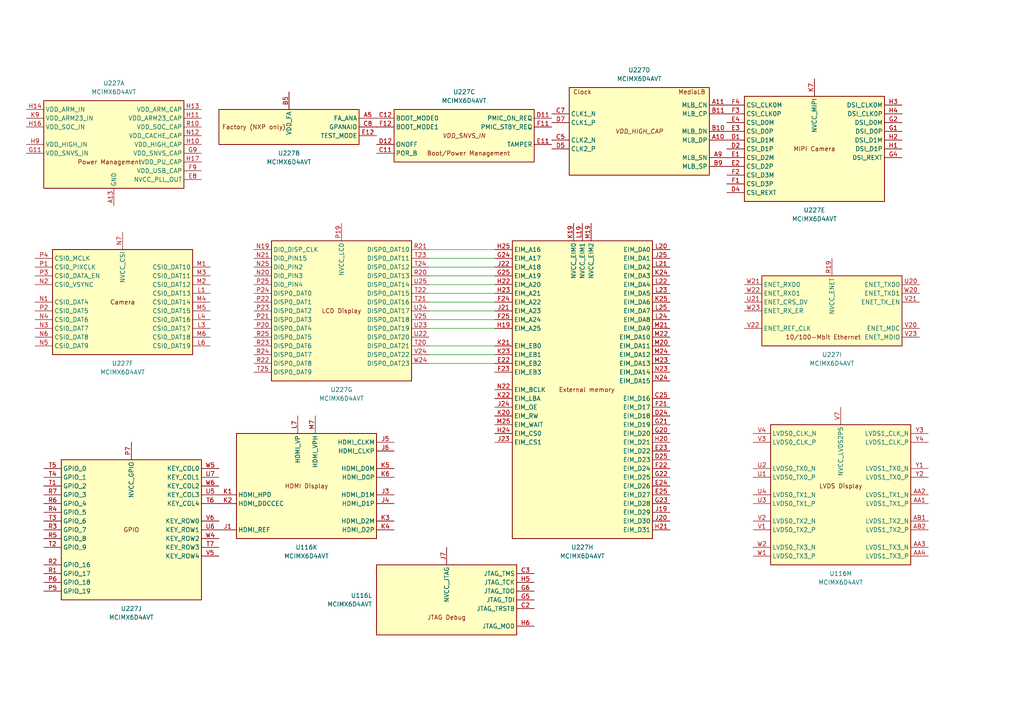
<source format=kicad_sch>
(kicad_sch (version 20250114) (generator "eeschema") (generator_version "9.0")
  (paper "A4")
  (wire (pts (xy 143.51 100.33) (xy 124.46 100.33)))
  (wire (pts (xy 143.51 74.93) (xy 124.46 74.93)))
  (wire (pts (xy 143.51 80.01) (xy 124.46 80.01)))
  (wire (pts (xy 143.51 102.87) (xy 124.46 102.87)))
  (wire (pts (xy 143.51 90.17) (xy 124.46 90.17)))
  (wire (pts (xy 143.51 85.09) (xy 124.46 85.09)))
  (wire (pts (xy 143.51 105.41) (xy 124.46 105.41)))
  (wire (pts (xy 143.51 95.25) (xy 124.46 95.25)))
  (wire (pts (xy 143.51 72.39) (xy 124.46 72.39)))
  (wire (pts (xy 143.51 77.47) (xy 124.46 77.47)))
  (wire (pts (xy 143.51 87.63) (xy 124.46 87.63)))
  (wire (pts (xy 143.51 92.71) (xy 124.46 92.71)))
  (wire (pts (xy 143.51 82.55) (xy 124.46 82.55)))
  (symbol (lib_id "CPU_NXP_IMX:MCIMX6D4AVT") (at 236.22 43.18 0) (unit 5)
    (property "Reference" "U227" (at 236.22 60.96 0))
    (property "Value" "MCIMX6D4AVT" (at 236.22 63.5 0))
    (property "Footprint" "Package_BGA:BGA-624_21x21mm_Layout25x25_P0.8mm" (effects (hide yes)))
    (property "Datasheet" "https://www.nxp.com/docs/en/data-sheet/IMX6DQAEC.pdf" (effects (hide yes)))
    (property "Description" "i.MX 6Dual Automotive and Infotainment Application Processor, BGA-624" (effects (hide yes)))
  )
  (symbol (lib_id "CPU_NXP_IMX:MCIMX6D4AVT") (at 83.82 36.83 0) (unit 2)
    (property "Reference" "U227" (at 83.82 44.45 0))
    (property "Value" "MCIMX6D4AVT" (at 83.82 46.99 0))
    (property "Footprint" "Package_BGA:BGA-624_21x21mm_Layout25x25_P0.8mm" (effects (hide yes)))
    (property "Datasheet" "https://www.nxp.com/docs/en/data-sheet/IMX6DQAEC.pdf" (effects (hide yes)))
    (property "Description" "i.MX 6Dual Automotive and Infotainment Application Processor, BGA-624" (effects (hide yes)))
  )
  (symbol (lib_id "CPU_NXP_IMX:MCIMX6D4AVT") (at 33.02 41.91 0) (unit 1)
    (property "Reference" "U227" (at 33.02 24.13 0))
    (property "Value" "MCIMX6D4AVT" (at 33.02 26.67 0))
    (property "Footprint" "Package_BGA:BGA-624_21x21mm_Layout25x25_P0.8mm" (effects (hide yes)))
    (property "Datasheet" "https://www.nxp.com/docs/en/data-sheet/IMX6DQAEC.pdf" (effects (hide yes)))
    (property "Description" "i.MX 6Dual Automotive and Infotainment Application Processor, BGA-624" (effects (hide yes)))
  )
  (symbol (lib_id "CPU_NXP_IMX:MCIMX6D4AVT") (at 243.84 143.51 0) (unit 13)
    (property "Reference" "U116" (at 243.84 166.37 0))
    (property "Value" "MCIMX6D4AVT" (at 243.84 168.91 0))
    (property "Footprint" "Package_BGA:BGA-624_21x21mm_Layout25x25_P0.8mm" (effects (hide yes)))
    (property "Datasheet" "https://www.nxp.com/docs/en/data-sheet/IMX6DQAEC.pdf" (effects (hide yes)))
    (property "Description" "i.MX 6Dual Automotive and Infotainment Application Processor, BGA-624" (effects (hide yes)))
  )
  (symbol (lib_id "CPU_NXP_IMX:MCIMX6D4AVT") (at 185.42 38.1 0) (unit 4)
    (property "Reference" "U227" (at 185.42 20.32 0))
    (property "Value" "MCIMX6D4AVT" (at 185.42 22.86 0))
    (property "Footprint" "Package_BGA:BGA-624_21x21mm_Layout25x25_P0.8mm" (effects (hide yes)))
    (property "Datasheet" "https://www.nxp.com/docs/en/data-sheet/IMX6DQAEC.pdf" (effects (hide yes)))
    (property "Description" "i.MX 6Dual Automotive and Infotainment Application Processor, BGA-624" (effects (hide yes)))
  )
  (symbol (lib_id "CPU_NXP_IMX:MCIMX6D4AVT") (at 99.06 90.17 0) (unit 7)
    (property "Reference" "U227" (at 99.06 113.03 0))
    (property "Value" "MCIMX6D4AVT" (at 99.06 115.57 0))
    (property "Footprint" "Package_BGA:BGA-624_21x21mm_Layout25x25_P0.8mm" (effects (hide yes)))
    (property "Datasheet" "https://www.nxp.com/docs/en/data-sheet/IMX6DQAEC.pdf" (effects (hide yes)))
    (property "Description" "i.MX 6Dual Automotive and Infotainment Application Processor, BGA-624" (effects (hide yes)))
  )
  (symbol (lib_id "CPU_NXP_IMX:MCIMX6D4AVT") (at 88.9 140.97 0) (unit 11)
    (property "Reference" "U116" (at 88.9 158.75 0))
    (property "Value" "MCIMX6D4AVT" (at 88.9 161.29 0))
    (property "Footprint" "Package_BGA:BGA-624_21x21mm_Layout25x25_P0.8mm" (effects (hide yes)))
    (property "Datasheet" "https://www.nxp.com/docs/en/data-sheet/IMX6DQAEC.pdf" (effects (hide yes)))
    (property "Description" "i.MX 6Dual Automotive and Infotainment Application Processor, BGA-624" (effects (hide yes)))
  )
  (symbol (lib_id "CPU_NXP_IMX:MCIMX6D4AVT") (at 129.54 173.99 0) (unit 12)
    (property "Reference" "U116" (at 107.95 172.7199 0) (effects (justify right)))
    (property "Value" "MCIMX6D4AVT" (at 107.95 175.2599 0) (effects (justify right)))
    (property "Footprint" "Package_BGA:BGA-624_21x21mm_Layout25x25_P0.8mm" (effects (hide yes)))
    (property "Datasheet" "https://www.nxp.com/docs/en/data-sheet/IMX6DQAEC.pdf" (effects (hide yes)))
    (property "Description" "i.MX 6Dual Automotive and Infotainment Application Processor, BGA-624" (effects (hide yes)))
  )
  (symbol (lib_id "CPU_NXP_IMX:MCIMX6D4AVT") (at 134.62 39.37 0) (unit 3)
    (property "Reference" "U227" (at 134.62 26.67 0))
    (property "Value" "MCIMX6D4AVT" (at 134.62 29.21 0))
    (property "Footprint" "Package_BGA:BGA-624_21x21mm_Layout25x25_P0.8mm" (effects (hide yes)))
    (property "Datasheet" "https://www.nxp.com/docs/en/data-sheet/IMX6DQAEC.pdf" (effects (hide yes)))
    (property "Description" "i.MX 6Dual Automotive and Infotainment Application Processor, BGA-624" (effects (hide yes)))
  )
  (symbol (lib_id "CPU_NXP_IMX:MCIMX6D4AVT") (at 241.3 90.17 0) (unit 9)
    (property "Reference" "U227" (at 241.3 102.87 0))
    (property "Value" "MCIMX6D4AVT" (at 241.3 105.41 0))
    (property "Footprint" "Package_BGA:BGA-624_21x21mm_Layout25x25_P0.8mm" (effects (hide yes)))
    (property "Datasheet" "https://www.nxp.com/docs/en/data-sheet/IMX6DQAEC.pdf" (effects (hide yes)))
    (property "Description" "i.MX 6Dual Automotive and Infotainment Application Processor, BGA-624" (effects (hide yes)))
  )
  (symbol (lib_id "CPU_NXP_IMX:MCIMX6D4AVT") (at 38.1 153.67 0) (unit 10)
    (property "Reference" "U227" (at 38.1 176.53 0))
    (property "Value" "MCIMX6D4AVT" (at 38.1 179.07 0))
    (property "Footprint" "Package_BGA:BGA-624_21x21mm_Layout25x25_P0.8mm" (effects (hide yes)))
    (property "Datasheet" "https://www.nxp.com/docs/en/data-sheet/IMX6DQAEC.pdf" (effects (hide yes)))
    (property "Description" "i.MX 6Dual Automotive and Infotainment Application Processor, BGA-624" (effects (hide yes)))
  )
  (symbol (lib_id "CPU_NXP_IMX:MCIMX6D4AVT") (at 168.91 113.03 0) (unit 8)
    (property "Reference" "U227" (at 168.91 158.75 0))
    (property "Value" "MCIMX6D4AVT" (at 168.91 161.29 0))
    (property "Footprint" "Package_BGA:BGA-624_21x21mm_Layout25x25_P0.8mm" (effects (hide yes)))
    (property "Datasheet" "https://www.nxp.com/docs/en/data-sheet/IMX6DQAEC.pdf" (effects (hide yes)))
    (property "Description" "i.MX 6Dual Automotive and Infotainment Application Processor, BGA-624" (effects (hide yes)))
  )
  (symbol (lib_id "CPU_NXP_IMX:MCIMX6D4AVT") (at 35.56 87.63 0) (unit 6)
    (property "Reference" "U227" (at 35.56 105.41 0))
    (property "Value" "MCIMX6D4AVT" (at 35.56 107.95 0))
    (property "Footprint" "Package_BGA:BGA-624_21x21mm_Layout25x25_P0.8mm" (effects (hide yes)))
    (property "Datasheet" "https://www.nxp.com/docs/en/data-sheet/IMX6DQAEC.pdf" (effects (hide yes)))
    (property "Description" "i.MX 6Dual Automotive and Infotainment Application Processor, BGA-624" (effects (hide yes)))
  )
)
</source>
